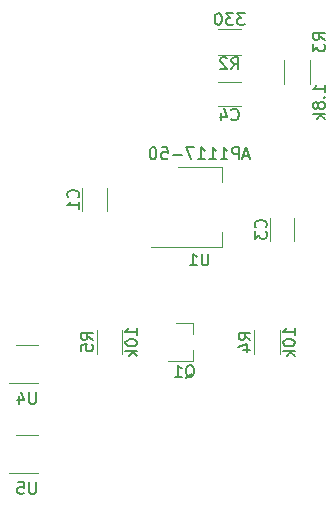
<source format=gbr>
G04 #@! TF.FileFunction,Legend,Bot*
%FSLAX46Y46*%
G04 Gerber Fmt 4.6, Leading zero omitted, Abs format (unit mm)*
G04 Created by KiCad (PCBNEW 4.0.7) date 03/19/18 08:58:31*
%MOMM*%
%LPD*%
G01*
G04 APERTURE LIST*
%ADD10C,0.100000*%
%ADD11C,0.120000*%
%ADD12C,0.150000*%
G04 APERTURE END LIST*
D10*
D11*
X67560000Y-32115000D02*
X67560000Y-30115000D01*
X69600000Y-30115000D02*
X69600000Y-32115000D01*
X83435000Y-34655000D02*
X83435000Y-32655000D01*
X85475000Y-32655000D02*
X85475000Y-34655000D01*
X81010000Y-23245000D02*
X79010000Y-23245000D01*
X79010000Y-21205000D02*
X81010000Y-21205000D01*
X81010000Y-16710000D02*
X79010000Y-16710000D01*
X79010000Y-18850000D02*
X81010000Y-18850000D01*
X86795000Y-21320000D02*
X86795000Y-19320000D01*
X84655000Y-19320000D02*
X84655000Y-21320000D01*
X84255000Y-44180000D02*
X84255000Y-42180000D01*
X82115000Y-42180000D02*
X82115000Y-44180000D01*
X70920000Y-44180000D02*
X70920000Y-42180000D01*
X68780000Y-42180000D02*
X68780000Y-44180000D01*
X79380000Y-28340000D02*
X79380000Y-29600000D01*
X79380000Y-35160000D02*
X79380000Y-33900000D01*
X75620000Y-28340000D02*
X79380000Y-28340000D01*
X73370000Y-35160000D02*
X79380000Y-35160000D01*
X61965000Y-43475000D02*
X63765000Y-43475000D01*
X63765000Y-46695000D02*
X61315000Y-46695000D01*
X61965000Y-51095000D02*
X63765000Y-51095000D01*
X63765000Y-54315000D02*
X61315000Y-54315000D01*
X76960000Y-41600000D02*
X76960000Y-42530000D01*
X76960000Y-44760000D02*
X76960000Y-43830000D01*
X76960000Y-44760000D02*
X74800000Y-44760000D01*
X76960000Y-41600000D02*
X75500000Y-41600000D01*
D12*
X67187143Y-30948334D02*
X67234762Y-30900715D01*
X67282381Y-30757858D01*
X67282381Y-30662620D01*
X67234762Y-30519762D01*
X67139524Y-30424524D01*
X67044286Y-30376905D01*
X66853810Y-30329286D01*
X66710952Y-30329286D01*
X66520476Y-30376905D01*
X66425238Y-30424524D01*
X66330000Y-30519762D01*
X66282381Y-30662620D01*
X66282381Y-30757858D01*
X66330000Y-30900715D01*
X66377619Y-30948334D01*
X67282381Y-31900715D02*
X67282381Y-31329286D01*
X67282381Y-31615000D02*
X66282381Y-31615000D01*
X66425238Y-31519762D01*
X66520476Y-31424524D01*
X66568095Y-31329286D01*
X83062143Y-33488334D02*
X83109762Y-33440715D01*
X83157381Y-33297858D01*
X83157381Y-33202620D01*
X83109762Y-33059762D01*
X83014524Y-32964524D01*
X82919286Y-32916905D01*
X82728810Y-32869286D01*
X82585952Y-32869286D01*
X82395476Y-32916905D01*
X82300238Y-32964524D01*
X82205000Y-33059762D01*
X82157381Y-33202620D01*
X82157381Y-33297858D01*
X82205000Y-33440715D01*
X82252619Y-33488334D01*
X82157381Y-33821667D02*
X82157381Y-34440715D01*
X82538333Y-34107381D01*
X82538333Y-34250239D01*
X82585952Y-34345477D01*
X82633571Y-34393096D01*
X82728810Y-34440715D01*
X82966905Y-34440715D01*
X83062143Y-34393096D01*
X83109762Y-34345477D01*
X83157381Y-34250239D01*
X83157381Y-33964524D01*
X83109762Y-33869286D01*
X83062143Y-33821667D01*
X80176666Y-24332143D02*
X80224285Y-24379762D01*
X80367142Y-24427381D01*
X80462380Y-24427381D01*
X80605238Y-24379762D01*
X80700476Y-24284524D01*
X80748095Y-24189286D01*
X80795714Y-23998810D01*
X80795714Y-23855952D01*
X80748095Y-23665476D01*
X80700476Y-23570238D01*
X80605238Y-23475000D01*
X80462380Y-23427381D01*
X80367142Y-23427381D01*
X80224285Y-23475000D01*
X80176666Y-23522619D01*
X79319523Y-23760714D02*
X79319523Y-24427381D01*
X79557619Y-23379762D02*
X79795714Y-24094048D01*
X79176666Y-24094048D01*
X80176666Y-20082381D02*
X80510000Y-19606190D01*
X80748095Y-20082381D02*
X80748095Y-19082381D01*
X80367142Y-19082381D01*
X80271904Y-19130000D01*
X80224285Y-19177619D01*
X80176666Y-19272857D01*
X80176666Y-19415714D01*
X80224285Y-19510952D01*
X80271904Y-19558571D01*
X80367142Y-19606190D01*
X80748095Y-19606190D01*
X79795714Y-19177619D02*
X79748095Y-19130000D01*
X79652857Y-19082381D01*
X79414761Y-19082381D01*
X79319523Y-19130000D01*
X79271904Y-19177619D01*
X79224285Y-19272857D01*
X79224285Y-19368095D01*
X79271904Y-19510952D01*
X79843333Y-20082381D01*
X79224285Y-20082381D01*
X81295714Y-15332381D02*
X80676666Y-15332381D01*
X81010000Y-15713333D01*
X80867142Y-15713333D01*
X80771904Y-15760952D01*
X80724285Y-15808571D01*
X80676666Y-15903810D01*
X80676666Y-16141905D01*
X80724285Y-16237143D01*
X80771904Y-16284762D01*
X80867142Y-16332381D01*
X81152857Y-16332381D01*
X81248095Y-16284762D01*
X81295714Y-16237143D01*
X80343333Y-15332381D02*
X79724285Y-15332381D01*
X80057619Y-15713333D01*
X79914761Y-15713333D01*
X79819523Y-15760952D01*
X79771904Y-15808571D01*
X79724285Y-15903810D01*
X79724285Y-16141905D01*
X79771904Y-16237143D01*
X79819523Y-16284762D01*
X79914761Y-16332381D01*
X80200476Y-16332381D01*
X80295714Y-16284762D01*
X80343333Y-16237143D01*
X79105238Y-15332381D02*
X79009999Y-15332381D01*
X78914761Y-15380000D01*
X78867142Y-15427619D01*
X78819523Y-15522857D01*
X78771904Y-15713333D01*
X78771904Y-15951429D01*
X78819523Y-16141905D01*
X78867142Y-16237143D01*
X78914761Y-16284762D01*
X79009999Y-16332381D01*
X79105238Y-16332381D01*
X79200476Y-16284762D01*
X79248095Y-16237143D01*
X79295714Y-16141905D01*
X79343333Y-15951429D01*
X79343333Y-15713333D01*
X79295714Y-15522857D01*
X79248095Y-15427619D01*
X79200476Y-15380000D01*
X79105238Y-15332381D01*
X88082381Y-17613334D02*
X87606190Y-17280000D01*
X88082381Y-17041905D02*
X87082381Y-17041905D01*
X87082381Y-17422858D01*
X87130000Y-17518096D01*
X87177619Y-17565715D01*
X87272857Y-17613334D01*
X87415714Y-17613334D01*
X87510952Y-17565715D01*
X87558571Y-17518096D01*
X87606190Y-17422858D01*
X87606190Y-17041905D01*
X87082381Y-17946667D02*
X87082381Y-18565715D01*
X87463333Y-18232381D01*
X87463333Y-18375239D01*
X87510952Y-18470477D01*
X87558571Y-18518096D01*
X87653810Y-18565715D01*
X87891905Y-18565715D01*
X87987143Y-18518096D01*
X88034762Y-18470477D01*
X88082381Y-18375239D01*
X88082381Y-18089524D01*
X88034762Y-17994286D01*
X87987143Y-17946667D01*
X88082381Y-22026667D02*
X88082381Y-21455238D01*
X88082381Y-21740952D02*
X87082381Y-21740952D01*
X87225238Y-21645714D01*
X87320476Y-21550476D01*
X87368095Y-21455238D01*
X87987143Y-22455238D02*
X88034762Y-22502857D01*
X88082381Y-22455238D01*
X88034762Y-22407619D01*
X87987143Y-22455238D01*
X88082381Y-22455238D01*
X87510952Y-23074285D02*
X87463333Y-22979047D01*
X87415714Y-22931428D01*
X87320476Y-22883809D01*
X87272857Y-22883809D01*
X87177619Y-22931428D01*
X87130000Y-22979047D01*
X87082381Y-23074285D01*
X87082381Y-23264762D01*
X87130000Y-23360000D01*
X87177619Y-23407619D01*
X87272857Y-23455238D01*
X87320476Y-23455238D01*
X87415714Y-23407619D01*
X87463333Y-23360000D01*
X87510952Y-23264762D01*
X87510952Y-23074285D01*
X87558571Y-22979047D01*
X87606190Y-22931428D01*
X87701429Y-22883809D01*
X87891905Y-22883809D01*
X87987143Y-22931428D01*
X88034762Y-22979047D01*
X88082381Y-23074285D01*
X88082381Y-23264762D01*
X88034762Y-23360000D01*
X87987143Y-23407619D01*
X87891905Y-23455238D01*
X87701429Y-23455238D01*
X87606190Y-23407619D01*
X87558571Y-23360000D01*
X87510952Y-23264762D01*
X88082381Y-23883809D02*
X87082381Y-23883809D01*
X87701429Y-23979047D02*
X88082381Y-24264762D01*
X87415714Y-24264762D02*
X87796667Y-23883809D01*
X81787381Y-43013334D02*
X81311190Y-42680000D01*
X81787381Y-42441905D02*
X80787381Y-42441905D01*
X80787381Y-42822858D01*
X80835000Y-42918096D01*
X80882619Y-42965715D01*
X80977857Y-43013334D01*
X81120714Y-43013334D01*
X81215952Y-42965715D01*
X81263571Y-42918096D01*
X81311190Y-42822858D01*
X81311190Y-42441905D01*
X81120714Y-43870477D02*
X81787381Y-43870477D01*
X80739762Y-43632381D02*
X81454048Y-43394286D01*
X81454048Y-44013334D01*
X85542381Y-42584762D02*
X85542381Y-42013333D01*
X85542381Y-42299047D02*
X84542381Y-42299047D01*
X84685238Y-42203809D01*
X84780476Y-42108571D01*
X84828095Y-42013333D01*
X84542381Y-43203809D02*
X84542381Y-43299048D01*
X84590000Y-43394286D01*
X84637619Y-43441905D01*
X84732857Y-43489524D01*
X84923333Y-43537143D01*
X85161429Y-43537143D01*
X85351905Y-43489524D01*
X85447143Y-43441905D01*
X85494762Y-43394286D01*
X85542381Y-43299048D01*
X85542381Y-43203809D01*
X85494762Y-43108571D01*
X85447143Y-43060952D01*
X85351905Y-43013333D01*
X85161429Y-42965714D01*
X84923333Y-42965714D01*
X84732857Y-43013333D01*
X84637619Y-43060952D01*
X84590000Y-43108571D01*
X84542381Y-43203809D01*
X85542381Y-43965714D02*
X84542381Y-43965714D01*
X85161429Y-44060952D02*
X85542381Y-44346667D01*
X84875714Y-44346667D02*
X85256667Y-43965714D01*
X68452381Y-43013334D02*
X67976190Y-42680000D01*
X68452381Y-42441905D02*
X67452381Y-42441905D01*
X67452381Y-42822858D01*
X67500000Y-42918096D01*
X67547619Y-42965715D01*
X67642857Y-43013334D01*
X67785714Y-43013334D01*
X67880952Y-42965715D01*
X67928571Y-42918096D01*
X67976190Y-42822858D01*
X67976190Y-42441905D01*
X67452381Y-43918096D02*
X67452381Y-43441905D01*
X67928571Y-43394286D01*
X67880952Y-43441905D01*
X67833333Y-43537143D01*
X67833333Y-43775239D01*
X67880952Y-43870477D01*
X67928571Y-43918096D01*
X68023810Y-43965715D01*
X68261905Y-43965715D01*
X68357143Y-43918096D01*
X68404762Y-43870477D01*
X68452381Y-43775239D01*
X68452381Y-43537143D01*
X68404762Y-43441905D01*
X68357143Y-43394286D01*
X72202381Y-42584762D02*
X72202381Y-42013333D01*
X72202381Y-42299047D02*
X71202381Y-42299047D01*
X71345238Y-42203809D01*
X71440476Y-42108571D01*
X71488095Y-42013333D01*
X71202381Y-43203809D02*
X71202381Y-43299048D01*
X71250000Y-43394286D01*
X71297619Y-43441905D01*
X71392857Y-43489524D01*
X71583333Y-43537143D01*
X71821429Y-43537143D01*
X72011905Y-43489524D01*
X72107143Y-43441905D01*
X72154762Y-43394286D01*
X72202381Y-43299048D01*
X72202381Y-43203809D01*
X72154762Y-43108571D01*
X72107143Y-43060952D01*
X72011905Y-43013333D01*
X71821429Y-42965714D01*
X71583333Y-42965714D01*
X71392857Y-43013333D01*
X71297619Y-43060952D01*
X71250000Y-43108571D01*
X71202381Y-43203809D01*
X72202381Y-43965714D02*
X71202381Y-43965714D01*
X71821429Y-44060952D02*
X72202381Y-44346667D01*
X71535714Y-44346667D02*
X71916667Y-43965714D01*
X78231905Y-35702381D02*
X78231905Y-36511905D01*
X78184286Y-36607143D01*
X78136667Y-36654762D01*
X78041429Y-36702381D01*
X77850952Y-36702381D01*
X77755714Y-36654762D01*
X77708095Y-36607143D01*
X77660476Y-36511905D01*
X77660476Y-35702381D01*
X76660476Y-36702381D02*
X77231905Y-36702381D01*
X76946191Y-36702381D02*
X76946191Y-35702381D01*
X77041429Y-35845238D01*
X77136667Y-35940476D01*
X77231905Y-35988095D01*
X81684286Y-27416667D02*
X81208095Y-27416667D01*
X81779524Y-27702381D02*
X81446191Y-26702381D01*
X81112857Y-27702381D01*
X80779524Y-27702381D02*
X80779524Y-26702381D01*
X80398571Y-26702381D01*
X80303333Y-26750000D01*
X80255714Y-26797619D01*
X80208095Y-26892857D01*
X80208095Y-27035714D01*
X80255714Y-27130952D01*
X80303333Y-27178571D01*
X80398571Y-27226190D01*
X80779524Y-27226190D01*
X79255714Y-27702381D02*
X79827143Y-27702381D01*
X79541429Y-27702381D02*
X79541429Y-26702381D01*
X79636667Y-26845238D01*
X79731905Y-26940476D01*
X79827143Y-26988095D01*
X78303333Y-27702381D02*
X78874762Y-27702381D01*
X78589048Y-27702381D02*
X78589048Y-26702381D01*
X78684286Y-26845238D01*
X78779524Y-26940476D01*
X78874762Y-26988095D01*
X77350952Y-27702381D02*
X77922381Y-27702381D01*
X77636667Y-27702381D02*
X77636667Y-26702381D01*
X77731905Y-26845238D01*
X77827143Y-26940476D01*
X77922381Y-26988095D01*
X77017619Y-26702381D02*
X76350952Y-26702381D01*
X76779524Y-27702381D01*
X75970000Y-27321429D02*
X75208095Y-27321429D01*
X74255714Y-26702381D02*
X74731905Y-26702381D01*
X74779524Y-27178571D01*
X74731905Y-27130952D01*
X74636667Y-27083333D01*
X74398571Y-27083333D01*
X74303333Y-27130952D01*
X74255714Y-27178571D01*
X74208095Y-27273810D01*
X74208095Y-27511905D01*
X74255714Y-27607143D01*
X74303333Y-27654762D01*
X74398571Y-27702381D01*
X74636667Y-27702381D01*
X74731905Y-27654762D01*
X74779524Y-27607143D01*
X73589048Y-26702381D02*
X73493809Y-26702381D01*
X73398571Y-26750000D01*
X73350952Y-26797619D01*
X73303333Y-26892857D01*
X73255714Y-27083333D01*
X73255714Y-27321429D01*
X73303333Y-27511905D01*
X73350952Y-27607143D01*
X73398571Y-27654762D01*
X73493809Y-27702381D01*
X73589048Y-27702381D01*
X73684286Y-27654762D01*
X73731905Y-27607143D01*
X73779524Y-27511905D01*
X73827143Y-27321429D01*
X73827143Y-27083333D01*
X73779524Y-26892857D01*
X73731905Y-26797619D01*
X73684286Y-26750000D01*
X73589048Y-26702381D01*
X63626905Y-47437381D02*
X63626905Y-48246905D01*
X63579286Y-48342143D01*
X63531667Y-48389762D01*
X63436429Y-48437381D01*
X63245952Y-48437381D01*
X63150714Y-48389762D01*
X63103095Y-48342143D01*
X63055476Y-48246905D01*
X63055476Y-47437381D01*
X62150714Y-47770714D02*
X62150714Y-48437381D01*
X62388810Y-47389762D02*
X62626905Y-48104048D01*
X62007857Y-48104048D01*
X63626905Y-55057381D02*
X63626905Y-55866905D01*
X63579286Y-55962143D01*
X63531667Y-56009762D01*
X63436429Y-56057381D01*
X63245952Y-56057381D01*
X63150714Y-56009762D01*
X63103095Y-55962143D01*
X63055476Y-55866905D01*
X63055476Y-55057381D01*
X62103095Y-55057381D02*
X62579286Y-55057381D01*
X62626905Y-55533571D01*
X62579286Y-55485952D01*
X62484048Y-55438333D01*
X62245952Y-55438333D01*
X62150714Y-55485952D01*
X62103095Y-55533571D01*
X62055476Y-55628810D01*
X62055476Y-55866905D01*
X62103095Y-55962143D01*
X62150714Y-56009762D01*
X62245952Y-56057381D01*
X62484048Y-56057381D01*
X62579286Y-56009762D01*
X62626905Y-55962143D01*
X76295238Y-46227619D02*
X76390476Y-46180000D01*
X76485714Y-46084762D01*
X76628571Y-45941905D01*
X76723810Y-45894286D01*
X76819048Y-45894286D01*
X76771429Y-46132381D02*
X76866667Y-46084762D01*
X76961905Y-45989524D01*
X77009524Y-45799048D01*
X77009524Y-45465714D01*
X76961905Y-45275238D01*
X76866667Y-45180000D01*
X76771429Y-45132381D01*
X76580952Y-45132381D01*
X76485714Y-45180000D01*
X76390476Y-45275238D01*
X76342857Y-45465714D01*
X76342857Y-45799048D01*
X76390476Y-45989524D01*
X76485714Y-46084762D01*
X76580952Y-46132381D01*
X76771429Y-46132381D01*
X75390476Y-46132381D02*
X75961905Y-46132381D01*
X75676191Y-46132381D02*
X75676191Y-45132381D01*
X75771429Y-45275238D01*
X75866667Y-45370476D01*
X75961905Y-45418095D01*
M02*

</source>
